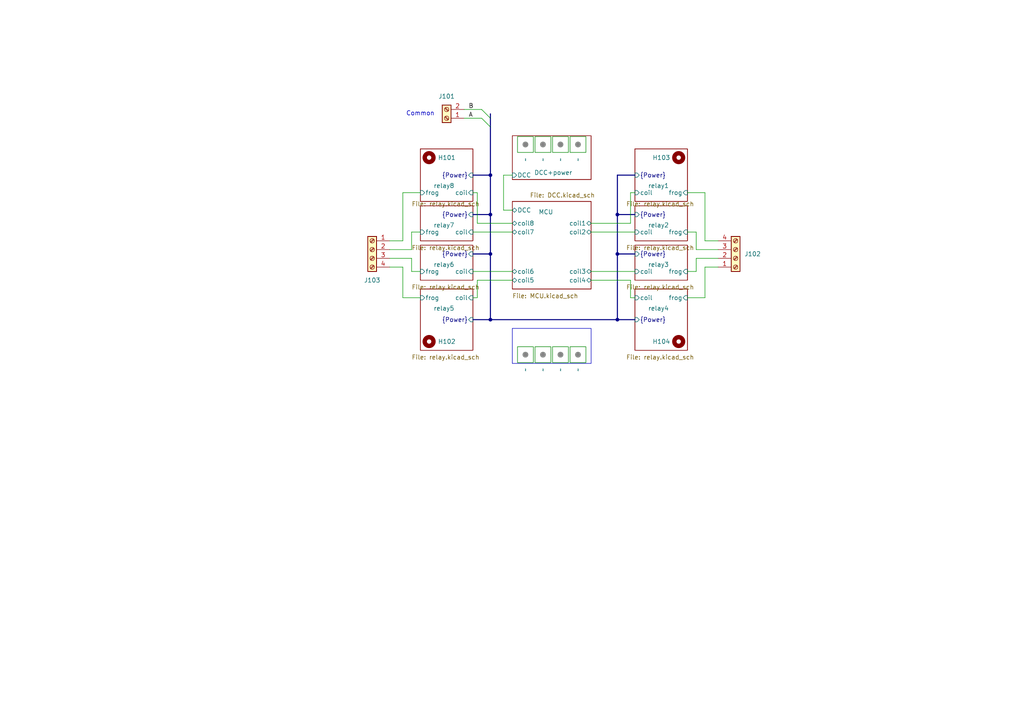
<source format=kicad_sch>
(kicad_sch (version 20231120) (generator "eeschema") (generator_version "8.0")
  (paper "A4")
  (lib_symbols
    (symbol "Connector:Screw_Terminal_01x02" (pin_names (offset 1.016) hide)
      (property "Reference" "J" (at 0 2.54 0))
      (property "Value" "Screw_Terminal_01x02" (at 0 -5.08 0))
      (symbol "Screw_Terminal_01x02_1_1"
        (rectangle (start -1.27 1.27) (end 1.27 -3.81) (stroke (width 0.254)) (fill (type background)))
        (circle (center 0 -2.54) (radius 0.635) (stroke (width 0.1524)))
        (polyline (pts (xy -0.5334 -2.2098) (xy 0.3302 -3.048)) (stroke (width 0.1524)))
        (polyline (pts (xy -0.5334 0.3302) (xy 0.3302 -0.508)) (stroke (width 0.1524)))
        (polyline (pts (xy -0.3556 -2.032) (xy 0.508 -2.8702)) (stroke (width 0.1524)))
        (polyline (pts (xy -0.3556 0.508) (xy 0.508 -0.3302)) (stroke (width 0.1524)))
        (circle (center 0 0) (radius 0.635) (stroke (width 0.1524)))
        (pin passive line (at -5.08 0 0) (length 3.81) (name "Pin_1") (number "1"))
        (pin passive line (at -5.08 -2.54 0) (length 3.81) (name "Pin_2") (number "2"))
      )
    )
    (symbol "Connector:Screw_Terminal_01x04" (pin_names (offset 1.016) hide)
      (property "Reference" "J" (at 0 5.08 0))
      (property "Value" "Screw_Terminal_01x04" (at 0 -7.62 0))
      (symbol "Screw_Terminal_01x04_1_1"
        (rectangle (start -1.27 3.81) (end 1.27 -6.35) (stroke (width 0.254)) (fill (type background)))
        (circle (center 0 -5.08) (radius 0.635) (stroke (width 0.1524)))
        (circle (center 0 -2.54) (radius 0.635) (stroke (width 0.1524)))
        (polyline (pts (xy -0.5334 -4.7498) (xy 0.3302 -5.588)) (stroke (width 0.1524)))
        (polyline (pts (xy -0.5334 -2.2098) (xy 0.3302 -3.048)) (stroke (width 0.1524)))
        (polyline (pts (xy -0.5334 0.3302) (xy 0.3302 -0.508)) (stroke (width 0.1524)))
        (polyline (pts (xy -0.5334 2.8702) (xy 0.3302 2.032)) (stroke (width 0.1524)))
        (polyline (pts (xy -0.3556 -4.572) (xy 0.508 -5.4102)) (stroke (width 0.1524)))
        (polyline (pts (xy -0.3556 -2.032) (xy 0.508 -2.8702)) (stroke (width 0.1524)))
        (polyline (pts (xy -0.3556 0.508) (xy 0.508 -0.3302)) (stroke (width 0.1524)))
        (polyline (pts (xy -0.3556 3.048) (xy 0.508 2.2098)) (stroke (width 0.1524)))
        (circle (center 0 0) (radius 0.635) (stroke (width 0.1524)))
        (circle (center 0 2.54) (radius 0.635) (stroke (width 0.1524)))
        (pin passive line (at -5.08 2.54 0) (length 3.81) (name "Pin_1") (number "1"))
        (pin passive line (at -5.08 0 0) (length 3.81) (name "Pin_2") (number "2"))
        (pin passive line (at -5.08 -2.54 0) (length 3.81) (name "Pin_3") (number "3"))
        (pin passive line (at -5.08 -5.08 0) (length 3.81) (name "Pin_4") (number "4"))
      )
    )
    (symbol "Mechanical:MountingHole" (pin_names (offset 1.016)) (exclude_from_sim yes) (in_bom no)
      (property "Reference" "H" (at 0 5.08 0))
      (property "Value" "MountingHole" (at 0 3.175 0))
      (symbol "MountingHole_0_1"
        (circle (center 0 0) (radius 1.27) (stroke (width 1.27)))
      )
    )
    (symbol "custom_kicad_lib_sk:screwterminal" (pin_numbers hide) (pin_names (offset 0) hide) (in_bom no) (on_board no)
      (symbol "screwterminal_1_1"
        (rectangle (start -2.3 2.3) (end 2.3 -2.3) (stroke (width 0) (color 0 132 0 1)))
        (circle (center 0 0) (radius 0.762) (stroke (width 0) (color 137 143 138 1)) (fill (type color) (color 132 132 132 1)))
      )
    )
  )
  (bus_alias "Power" (members "A" "B"))
  (junction (at 179.07 73.66))
  (junction (at 142.24 62.23))
  (junction (at 142.24 73.66))
  (junction (at 142.24 92.71))
  (junction (at 179.07 62.23))
  (junction (at 142.24 50.8))
  (junction (at 179.07 92.71))
  (bus_entry (at 139.7 34.29) (size 2.54 2.54))
  (bus_entry (at 139.7 31.75) (size 2.54 2.54))
  (wire (pts (xy 204.47 86.36) (xy 204.47 77.47)))
  (wire (pts (xy 146.05 60.96) (xy 146.05 50.8)))
  (bus (pts (xy 142.24 50.8) (xy 137.16 50.8)))
  (wire (pts (xy 119.38 78.74) (xy 119.38 74.93)))
  (wire (pts (xy 138.43 64.77) (xy 148.59 64.77)))
  (bus (pts (xy 179.07 73.66) (xy 179.07 92.71)))
  (bus (pts (xy 142.24 73.66) (xy 142.24 62.23)))
  (wire (pts (xy 199.39 86.36) (xy 204.47 86.36)))
  (wire (pts (xy 184.15 86.36) (xy 182.88 86.36)))
  (wire (pts (xy 134.62 34.29) (xy 139.7 34.29)))
  (wire (pts (xy 138.43 86.36) (xy 137.16 86.36)))
  (bus (pts (xy 184.15 50.8) (xy 179.07 50.8)))
  (bus (pts (xy 179.07 73.66) (xy 184.15 73.66)))
  (wire (pts (xy 137.16 78.74) (xy 148.59 78.74)))
  (wire (pts (xy 171.45 81.28) (xy 182.88 81.28)))
  (wire (pts (xy 113.03 69.85) (xy 116.84 69.85)))
  (wire (pts (xy 171.45 78.74) (xy 184.15 78.74)))
  (bus (pts (xy 142.24 34.29) (xy 142.24 36.83)))
  (wire (pts (xy 201.93 78.74) (xy 201.93 74.93)))
  (wire (pts (xy 138.43 81.28) (xy 138.43 86.36)))
  (wire (pts (xy 116.84 77.47) (xy 116.84 86.36)))
  (wire (pts (xy 201.93 74.93) (xy 208.28 74.93)))
  (wire (pts (xy 199.39 78.74) (xy 201.93 78.74)))
  (wire (pts (xy 116.84 55.88) (xy 121.92 55.88)))
  (bus (pts (xy 142.24 73.66) (xy 137.16 73.66)))
  (wire (pts (xy 204.47 55.88) (xy 199.39 55.88)))
  (wire (pts (xy 113.03 72.39) (xy 119.38 72.39)))
  (wire (pts (xy 134.62 31.75) (xy 139.7 31.75)))
  (wire (pts (xy 137.16 67.31) (xy 148.59 67.31)))
  (bus (pts (xy 142.24 62.23) (xy 137.16 62.23)))
  (wire (pts (xy 119.38 72.39) (xy 119.38 67.31)))
  (bus (pts (xy 179.07 92.71) (xy 184.15 92.71)))
  (wire (pts (xy 182.88 55.88) (xy 184.15 55.88)))
  (wire (pts (xy 119.38 67.31) (xy 121.92 67.31)))
  (wire (pts (xy 116.84 69.85) (xy 116.84 55.88)))
  (bus (pts (xy 142.24 73.66) (xy 142.24 92.71)))
  (wire (pts (xy 204.47 69.85) (xy 204.47 55.88)))
  (wire (pts (xy 204.47 77.47) (xy 208.28 77.47)))
  (wire (pts (xy 138.43 55.88) (xy 138.43 64.77)))
  (wire (pts (xy 148.59 81.28) (xy 138.43 81.28)))
  (wire (pts (xy 208.28 69.85) (xy 204.47 69.85)))
  (bus (pts (xy 142.24 92.71) (xy 179.07 92.71)))
  (bus (pts (xy 142.24 33.02) (xy 142.24 34.29)))
  (bus (pts (xy 179.07 50.8) (xy 179.07 62.23)))
  (wire (pts (xy 201.93 67.31) (xy 199.39 67.31)))
  (bus (pts (xy 142.24 36.83) (xy 142.24 50.8)))
  (wire (pts (xy 182.88 86.36) (xy 182.88 81.28)))
  (wire (pts (xy 148.59 60.96) (xy 146.05 60.96)))
  (wire (pts (xy 137.16 55.88) (xy 138.43 55.88)))
  (wire (pts (xy 119.38 74.93) (xy 113.03 74.93)))
  (bus (pts (xy 179.07 62.23) (xy 179.07 73.66)))
  (bus (pts (xy 179.07 62.23) (xy 184.15 62.23)))
  (wire (pts (xy 171.45 67.31) (xy 184.15 67.31)))
  (wire (pts (xy 116.84 86.36) (xy 121.92 86.36)))
  (wire (pts (xy 146.05 50.8) (xy 148.59 50.8)))
  (wire (pts (xy 208.28 72.39) (xy 201.93 72.39)))
  (bus (pts (xy 137.16 92.71) (xy 142.24 92.71)))
  (wire (pts (xy 121.92 78.74) (xy 119.38 78.74)))
  (wire (pts (xy 201.93 72.39) (xy 201.93 67.31)))
  (wire (pts (xy 182.88 64.77) (xy 182.88 55.88)))
  (wire (pts (xy 113.03 77.47) (xy 116.84 77.47)))
  (bus (pts (xy 142.24 50.8) (xy 142.24 62.23)))
  (wire (pts (xy 171.45 64.77) (xy 182.88 64.77)))
  (rectangle (start 148.59 95.25) (end 171.45 105.41))
  (text "Common" (at 121.92 33.02 0) (effects (font (size 1.27 1.27))))
  (label "B" (at 135.89 31.75 0))
  (label "A" (at 135.89 34.29 0))
  (symbol (lib_id "custom_kicad_lib_sk:screwterminal") (at 157.48 41.91 270) (unit 1) (in_bom no) (on_board no)
    (property "Reference" "u114" (effects (hide yes)))
    (property "Value" "~" (at 157.48 45.72 0) (effects (justify left)))
  )
  (symbol (lib_id "Connector:Screw_Terminal_01x04") (at 213.36 74.93 0) (mirror x) (unit 1)
    (property "Reference" "J102" (at 215.9 73.6601 0) (effects (justify left)))
    (property "Value" "Screw_Terminal_01x04" (effects (hide yes)))
    (property "Footprint" "TerminalBlock_Phoenix:TerminalBlock_Phoenix_MKDS-1,5-4-5.08_1x04_P5.08mm_Horizontal" (effects (hide yes)))
    (property "Description" "Generic screw terminal, single row, 01x04, script generated (kicad-library-utils/schlib/autogen/connector/)" (effects (hide yes)))
    (property "JLCPCB Part#" "C2915641" (effects (hide yes)))
  )
  (symbol (lib_id "Mechanical:MountingHole") (at 196.85 99.06 0) (unit 1) (exclude_from_sim yes) (in_bom no)
    (property "Reference" "H104" (at 189.23 99.06 0) (effects (justify left)))
    (property "Value" "MountingHole" (effects (hide yes)))
    (property "Footprint" "MountingHole:MountingHole_3.2mm_M3" (effects (hide yes)))
    (property "Description" "Mounting Hole without connection" (effects (hide yes)))
  )
  (symbol (lib_id "custom_kicad_lib_sk:screwterminal") (at 162.56 102.87 270) (unit 1) (in_bom no) (on_board no)
    (property "Reference" "u131" (effects (hide yes)))
    (property "Value" "~" (at 162.56 106.68 0) (effects (justify left)))
  )
  (symbol (lib_id "custom_kicad_lib_sk:screwterminal") (at 162.56 41.91 270) (unit 1) (in_bom no) (on_board no)
    (property "Reference" "u115" (effects (hide yes)))
    (property "Value" "~" (at 162.56 45.72 0) (effects (justify left)))
  )
  (symbol (lib_id "Mechanical:MountingHole") (at 124.46 45.72 0) (unit 1) (exclude_from_sim yes) (in_bom no)
    (property "Reference" "H101" (at 127 45.7199 0) (effects (justify left)))
    (property "Value" "MountingHole" (effects (hide yes)))
    (property "Footprint" "MountingHole:MountingHole_3.2mm_M3" (effects (hide yes)))
    (property "Description" "Mounting Hole without connection" (effects (hide yes)))
  )
  (symbol (lib_id "custom_kicad_lib_sk:screwterminal") (at 157.48 102.87 270) (unit 1) (in_bom no) (on_board no)
    (property "Reference" "u130" (effects (hide yes)))
    (property "Value" "~" (at 157.48 106.68 0) (effects (justify left)))
  )
  (symbol (lib_id "Connector:Screw_Terminal_01x02") (at 129.54 34.29 180) (unit 1)
    (property "Reference" "J101" (at 129.54 27.94 0))
    (property "Value" "Screw_Terminal_01x02" (effects (hide yes)))
    (property "Footprint" "Connector_Phoenix_MC:PhoenixContact_MC_1,5_2-G-3.5_1x02_P3.50mm_Horizontal" (effects (hide yes)))
    (property "Description" "Generic screw terminal, single row, 01x02, script generated (kicad-library-utils/schlib/autogen/connector/)" (effects (hide yes)))
    (property "JLCPCB Part#" "C880572" (effects (hide yes)))
  )
  (symbol (lib_id "Mechanical:MountingHole") (at 124.46 99.06 0) (unit 1) (exclude_from_sim yes) (in_bom no)
    (property "Reference" "H102" (at 127 99.0599 0) (effects (justify left)))
    (property "Value" "MountingHole" (effects (hide yes)))
    (property "Footprint" "MountingHole:MountingHole_3.2mm_M3" (effects (hide yes)))
    (property "Description" "Mounting Hole without connection" (effects (hide yes)))
  )
  (symbol (lib_id "Connector:Screw_Terminal_01x04") (at 107.95 72.39 0) (mirror y) (unit 1)
    (property "Reference" "J103" (at 107.95 81.28 0))
    (property "Value" "Screw_Terminal_01x04" (effects (hide yes)))
    (property "Footprint" "TerminalBlock_Phoenix:TerminalBlock_Phoenix_MKDS-1,5-4-5.08_1x04_P5.08mm_Horizontal" (effects (hide yes)))
    (property "Description" "Generic screw terminal, single row, 01x04, script generated (kicad-library-utils/schlib/autogen/connector/)" (effects (hide yes)))
    (property "JLCPCB Part#" "C2915641" (effects (hide yes)))
  )
  (symbol (lib_id "custom_kicad_lib_sk:screwterminal") (at 167.64 41.91 270) (unit 1) (in_bom no) (on_board no)
    (property "Reference" "u116" (effects (hide yes)))
    (property "Value" "~" (at 167.64 45.72 0) (effects (justify left)))
  )
  (symbol (lib_id "custom_kicad_lib_sk:screwterminal") (at 152.4 102.87 270) (unit 1) (in_bom no) (on_board no)
    (property "Reference" "u129" (effects (hide yes)))
    (property "Value" "~" (at 152.4 106.68 0) (effects (justify left)))
  )
  (symbol (lib_id "Mechanical:MountingHole") (at 196.85 45.72 0) (unit 1) (exclude_from_sim yes) (in_bom no)
    (property "Reference" "H103" (at 189.23 45.72 0) (effects (justify left)))
    (property "Value" "MountingHole" (effects (hide yes)))
    (property "Footprint" "MountingHole:MountingHole_3.2mm_M3" (effects (hide yes)))
    (property "Description" "Mounting Hole without connection" (effects (hide yes)))
  )
  (symbol (lib_id "custom_kicad_lib_sk:screwterminal") (at 167.64 102.87 270) (unit 1) (in_bom no) (on_board no)
    (property "Reference" "u132" (effects (hide yes)))
    (property "Value" "~" (at 167.64 106.68 0) (effects (justify left)))
  )
  (symbol (lib_id "custom_kicad_lib_sk:screwterminal") (at 152.4 41.91 270) (unit 1) (in_bom no) (on_board no)
    (property "Reference" "u113" (effects (hide yes)))
    (property "Value" "~" (at 152.4 45.72 0) (effects (justify left)))
  )
  (sheet (at 121.92 83.82) (size 15.24 17.78) (stroke (width 0.1524))
    (property "Sheetname" "relay5" (at 125.73 90.17 0) (effects (justify left bottom)))
    (property "Sheetfile" "relay.kicad_sch" (at 119.38 102.87 0) (effects (justify left top)))
    (pin "coil" input (at 137.16 86.36 0))
    (pin "frog" input (at 121.92 86.36 180))
    (pin "{Power}" input (at 137.16 92.71 0))
  )
  (sheet (at 121.92 71.12) (size 15.24 10.16) (stroke (width 0.1524))
    (property "Sheetname" "relay6" (at 125.73 77.47 0) (effects (justify left bottom)))
    (property "Sheetfile" "relay.kicad_sch" (at 119.38 82.55 0) (effects (justify left top)))
    (pin "coil" input (at 137.16 78.74 0))
    (pin "frog" input (at 121.92 78.74 180))
    (pin "{Power}" input (at 137.16 73.66 0))
  )
  (sheet (at 148.59 39.37) (size 22.86 12.7) (stroke (width 0.1524))
    (property "Sheetname" "DCC+power" (at 154.94 50.8 0) (effects (justify left bottom)))
    (property "Sheetfile" "DCC.kicad_sch" (at 153.67 55.88 0) (effects (justify left top)))
    (pin "DCC" input (at 148.59 50.8 180))
  )
  (sheet (at 184.15 43.18) (size 15.24 15.24) (stroke (width 0.1524))
    (property "Sheetname" "relay1" (at 187.96 54.61 0) (effects (justify left bottom)))
    (property "Sheetfile" "relay.kicad_sch" (at 181.61 58.42 0) (effects (justify left top)))
    (pin "coil" input (at 184.15 55.88 180))
    (pin "frog" input (at 199.39 55.88 0))
    (pin "{Power}" input (at 184.15 50.8 180))
  )
  (sheet (at 184.15 83.82) (size 15.24 17.78) (stroke (width 0.1524))
    (property "Sheetname" "relay4" (at 187.96 90.17 0) (effects (justify left bottom)))
    (property "Sheetfile" "relay.kicad_sch" (at 181.61 102.87 0) (effects (justify left top)))
    (pin "coil" input (at 184.15 86.36 180))
    (pin "frog" input (at 199.39 86.36 0))
    (pin "{Power}" input (at 184.15 92.71 180))
  )
  (sheet (at 184.15 71.12) (size 15.24 10.16) (stroke (width 0.1524))
    (property "Sheetname" "relay3" (at 187.96 77.47 0) (effects (justify left bottom)))
    (property "Sheetfile" "relay.kicad_sch" (at 181.61 82.55 0) (effects (justify left top)))
    (pin "coil" input (at 184.15 78.74 180))
    (pin "frog" input (at 199.39 78.74 0))
    (pin "{Power}" input (at 184.15 73.66 180))
  )
  (sheet (at 121.92 43.18) (size 15.24 15.24) (stroke (width 0.1524))
    (property "Sheetname" "relay8" (at 125.73 54.61 0) (effects (justify left bottom)))
    (property "Sheetfile" "relay.kicad_sch" (at 119.38 58.42 0) (effects (justify left top)))
    (pin "coil" input (at 137.16 55.88 0))
    (pin "frog" input (at 121.92 55.88 180))
    (pin "{Power}" input (at 137.16 50.8 0))
  )
  (sheet (at 184.15 59.69) (size 15.24 10.16) (stroke (width 0.1524))
    (property "Sheetname" "relay2" (at 187.96 66.04 0) (effects (justify left bottom)))
    (property "Sheetfile" "relay.kicad_sch" (at 181.61 71.12 0) (effects (justify left top)))
    (pin "coil" input (at 184.15 67.31 180))
    (pin "frog" input (at 199.39 67.31 0))
    (pin "{Power}" input (at 184.15 62.23 180))
  )
  (sheet (at 148.59 58.42) (size 22.86 25.4) (stroke (width 0.1524))
    (property "Sheetname" "MCU" (at 156.21 62.23 0) (effects (justify left bottom)))
    (property "Sheetfile" "MCU.kicad_sch" (at 148.59 85.09 0) (effects (justify left top)))
    (pin "coil4" bidirectional (at 171.45 81.28 0))
    (pin "coil2" bidirectional (at 171.45 67.31 0))
    (pin "coil3" bidirectional (at 171.45 78.74 0))
    (pin "coil1" bidirectional (at 171.45 64.77 0))
    (pin "DCC" bidirectional (at 148.59 60.96 180))
    (pin "coil5" bidirectional (at 148.59 81.28 180))
    (pin "coil6" bidirectional (at 148.59 78.74 180))
    (pin "coil7" bidirectional (at 148.59 67.31 180))
    (pin "coil8" bidirectional (at 148.59 64.77 180))
  )
  (sheet (at 121.92 59.69) (size 15.24 10.16) (stroke (width 0.1524))
    (property "Sheetname" "relay7" (at 125.73 66.04 0) (effects (justify left bottom)))
    (property "Sheetfile" "relay.kicad_sch" (at 119.38 71.12 0) (effects (justify left top)))
    (pin "coil" input (at 137.16 67.31 0))
    (pin "frog" input (at 121.92 67.31 180))
    (pin "{Power}" input (at 137.16 62.23 0))
  )
)
</source>
